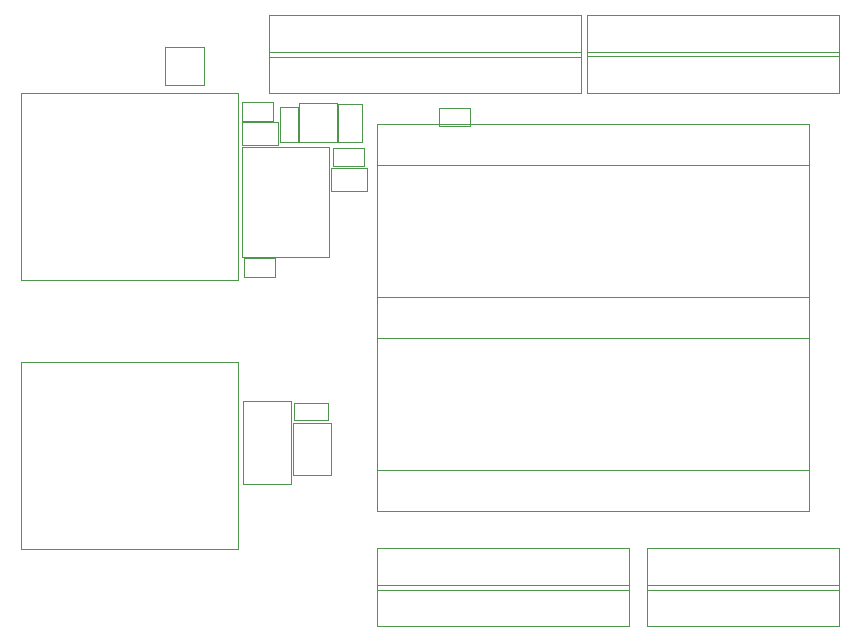
<source format=gbr>
G04 #@! TF.FileFunction,Other,User*
%FSLAX46Y46*%
G04 Gerber Fmt 4.6, Leading zero omitted, Abs format (unit mm)*
G04 Created by KiCad (PCBNEW 4.0.1-stable) date Tue 12 Jul 2016 11:05:00 AM CEST*
%MOMM*%
G01*
G04 APERTURE LIST*
%ADD10C,0.100000*%
%ADD11C,0.050000*%
G04 APERTURE END LIST*
D10*
D11*
X26190000Y4290000D02*
X26190000Y790000D01*
X47490000Y4290000D02*
X47490000Y790000D01*
X26190000Y4290000D02*
X47490000Y4290000D01*
X26190000Y790000D02*
X47490000Y790000D01*
X49050000Y4290000D02*
X49050000Y790000D01*
X65250000Y4290000D02*
X65250000Y790000D01*
X49050000Y4290000D02*
X65250000Y4290000D01*
X49050000Y790000D02*
X65250000Y790000D01*
X17046000Y52537300D02*
X17046000Y49037300D01*
X43446000Y52537300D02*
X43446000Y49037300D01*
X17046000Y52537300D02*
X43446000Y52537300D01*
X17046000Y49037300D02*
X43446000Y49037300D01*
X43970000Y52550000D02*
X43970000Y49050000D01*
X65270000Y52550000D02*
X65270000Y49050000D01*
X43970000Y52550000D02*
X65270000Y52550000D01*
X43970000Y49050000D02*
X65270000Y49050000D01*
X22011300Y18242060D02*
X19111300Y18242060D01*
X22011300Y19742060D02*
X19111300Y19742060D01*
X22011300Y18242060D02*
X22011300Y19742060D01*
X19111300Y18242060D02*
X19111300Y19742060D01*
X17944400Y41831600D02*
X17944400Y44731600D01*
X19444400Y41831600D02*
X19444400Y44731600D01*
X17944400Y41831600D02*
X19444400Y41831600D01*
X17944400Y44731600D02*
X19444400Y44731600D01*
X14855440Y12837280D02*
X14855440Y19837280D01*
X14855440Y19837280D02*
X18855440Y19837280D01*
X18855440Y19837280D02*
X18855440Y12837280D01*
X18855440Y12837280D02*
X14855440Y12837280D01*
X14756000Y43469600D02*
X17756000Y43469600D01*
X17756000Y43469600D02*
X17756000Y41569600D01*
X14756000Y41569600D02*
X17756000Y41569600D01*
X14756000Y43469600D02*
X14756000Y41569600D01*
X22315040Y39588480D02*
X25315040Y39588480D01*
X25315040Y39588480D02*
X25315040Y37688480D01*
X22315040Y37688480D02*
X25315040Y37688480D01*
X22315040Y39588480D02*
X22315040Y37688480D01*
X11533140Y46663020D02*
X8233140Y46663020D01*
X8233140Y46663020D02*
X8233140Y49863020D01*
X8233140Y49863020D02*
X11533140Y49863020D01*
X11533140Y49863020D02*
X11533140Y46663020D01*
X19583600Y41784000D02*
X19583600Y45084000D01*
X19583600Y45084000D02*
X22783600Y45084000D01*
X22783600Y45084000D02*
X22783600Y41784000D01*
X22783600Y41784000D02*
X19583600Y41784000D01*
X34005040Y43122160D02*
X31405040Y43122160D01*
X34005040Y44722160D02*
X31405040Y44722160D01*
X34005040Y43122160D02*
X34005040Y44722160D01*
X31405040Y43122160D02*
X31405040Y44722160D01*
X14752800Y45199200D02*
X17352800Y45199200D01*
X14752800Y43599200D02*
X17352800Y43599200D01*
X14752800Y45199200D02*
X14752800Y43599200D01*
X17352800Y45199200D02*
X17352800Y43599200D01*
X24891240Y45029400D02*
X24891240Y41829400D01*
X22891240Y45029400D02*
X22891240Y41829400D01*
X24891240Y45029400D02*
X22891240Y45029400D01*
X24891240Y41829400D02*
X22891240Y41829400D01*
X14938220Y31960720D02*
X17538220Y31960720D01*
X14938220Y30360720D02*
X17538220Y30360720D01*
X14938220Y31960720D02*
X14938220Y30360720D01*
X17538220Y31960720D02*
X17538220Y30360720D01*
X22469320Y41333800D02*
X25069320Y41333800D01*
X22469320Y39733800D02*
X25069320Y39733800D01*
X22469320Y41333800D02*
X22469320Y39733800D01*
X25069320Y41333800D02*
X25069320Y39733800D01*
X19060360Y13584040D02*
X19060360Y17984040D01*
X22260360Y13584040D02*
X22260360Y17984040D01*
X19060360Y13584040D02*
X22260360Y13584040D01*
X19060360Y17984040D02*
X22260360Y17984040D01*
X14740400Y41378400D02*
X14740400Y32078400D01*
X22140400Y41378400D02*
X22140400Y32078400D01*
X14740400Y41378400D02*
X22140400Y41378400D01*
X14740400Y32078400D02*
X22140400Y32078400D01*
X26190000Y10548680D02*
X62740000Y10548680D01*
X26190000Y14048680D02*
X62740000Y14048680D01*
X26190000Y10548680D02*
X26190000Y14048680D01*
X62740000Y10548680D02*
X62740000Y14048680D01*
X26190000Y39852660D02*
X62740000Y39852660D01*
X26190000Y43352660D02*
X62740000Y43352660D01*
X26190000Y39852660D02*
X26190000Y43352660D01*
X62740000Y39852660D02*
X62740000Y43352660D01*
X26190000Y25201940D02*
X62740000Y25201940D01*
X26190000Y28701940D02*
X62740000Y28701940D01*
X26190000Y25201940D02*
X26190000Y28701940D01*
X62740000Y25201940D02*
X62740000Y28701940D01*
X26190000Y7388800D02*
X26190000Y3888800D01*
X47490000Y7388800D02*
X47490000Y3888800D01*
X26190000Y7388800D02*
X47490000Y7388800D01*
X26190000Y3888800D02*
X47490000Y3888800D01*
X49050000Y7388800D02*
X49050000Y3888800D01*
X65250000Y7388800D02*
X65250000Y3888800D01*
X49050000Y7388800D02*
X65250000Y7388800D01*
X49050000Y3888800D02*
X65250000Y3888800D01*
X17046000Y49463900D02*
X17046000Y45963900D01*
X43446000Y49463900D02*
X43446000Y45963900D01*
X17046000Y49463900D02*
X43446000Y49463900D01*
X17046000Y45963900D02*
X43446000Y45963900D01*
X43970000Y49451200D02*
X43970000Y45951200D01*
X65270000Y49451200D02*
X65270000Y45951200D01*
X43970000Y49451200D02*
X65270000Y49451200D01*
X43970000Y45951200D02*
X65270000Y45951200D01*
X26190000Y25201340D02*
X62740000Y25201340D01*
X26190000Y14051340D02*
X62740000Y14051340D01*
X26190000Y14051340D02*
X26190000Y25201340D01*
X62740000Y14051340D02*
X62740000Y25201340D01*
X26190000Y39854600D02*
X62740000Y39854600D01*
X26190000Y28704600D02*
X62740000Y28704600D01*
X26190000Y28704600D02*
X26190000Y39854600D01*
X62740000Y28704600D02*
X62740000Y39854600D01*
X14359060Y7373580D02*
X-3990940Y7373580D01*
X14359060Y23173580D02*
X-3990940Y23173580D01*
X-3990940Y23173580D02*
X-3990940Y7373580D01*
X14359060Y23173580D02*
X14359060Y7373580D01*
X14371760Y30157380D02*
X-3978240Y30157380D01*
X14371760Y45957380D02*
X-3978240Y45957380D01*
X-3978240Y45957380D02*
X-3978240Y30157380D01*
X14371760Y45957380D02*
X14371760Y30157380D01*
M02*

</source>
